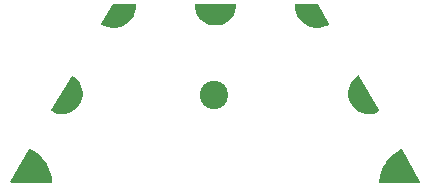
<source format=gbr>
G04 EAGLE Gerber RS-274X export*
G75*
%MOMM*%
%FSLAX34Y34*%
%LPD*%
%INSoldermask Top*%
%IPPOS*%
%AMOC8*
5,1,8,0,0,1.08239X$1,22.5*%
G01*
%ADD10C,2.401600*%
%ADD11C,1.101600*%

G36*
X207648Y345713D02*
X207648Y345713D01*
X207690Y345721D01*
X207733Y345720D01*
X207787Y345741D01*
X207843Y345752D01*
X207878Y345777D01*
X207919Y345792D01*
X207960Y345832D01*
X208007Y345865D01*
X208030Y345901D01*
X208061Y345931D01*
X208083Y345984D01*
X208114Y346033D01*
X208121Y346075D01*
X208138Y346115D01*
X208140Y346186D01*
X208147Y346229D01*
X208142Y346251D01*
X208142Y346281D01*
X207538Y350614D01*
X207529Y350641D01*
X207525Y350678D01*
X206360Y354895D01*
X206347Y354920D01*
X206338Y354957D01*
X204633Y358986D01*
X204617Y359009D01*
X204604Y359044D01*
X202387Y362816D01*
X202368Y362837D01*
X202350Y362870D01*
X199660Y366321D01*
X199639Y366339D01*
X199617Y366369D01*
X196499Y369439D01*
X196476Y369454D01*
X196450Y369482D01*
X192959Y372118D01*
X192933Y372130D01*
X192904Y372154D01*
X189098Y374312D01*
X189091Y374315D01*
X189086Y374319D01*
X188997Y374345D01*
X188909Y374374D01*
X188902Y374373D01*
X188895Y374375D01*
X188804Y374365D01*
X188711Y374357D01*
X188705Y374354D01*
X188697Y374353D01*
X188617Y374307D01*
X188535Y374264D01*
X188531Y374258D01*
X188524Y374255D01*
X188419Y374126D01*
X172569Y346450D01*
X172557Y346414D01*
X172536Y346381D01*
X172526Y346320D01*
X172506Y346261D01*
X172509Y346223D01*
X172503Y346185D01*
X172517Y346125D01*
X172522Y346063D01*
X172540Y346029D01*
X172549Y345992D01*
X172586Y345942D01*
X172615Y345887D01*
X172644Y345863D01*
X172667Y345832D01*
X172720Y345800D01*
X172768Y345761D01*
X172805Y345750D01*
X172838Y345730D01*
X172916Y345717D01*
X172959Y345705D01*
X172978Y345707D01*
X173002Y345703D01*
X207648Y345713D01*
G37*
G36*
X519440Y345711D02*
X519440Y345711D01*
X519480Y345709D01*
X519537Y345730D01*
X519597Y345742D01*
X519629Y345765D01*
X519666Y345778D01*
X519710Y345820D01*
X519761Y345855D01*
X519782Y345888D01*
X519810Y345915D01*
X519835Y345971D01*
X519868Y346022D01*
X519874Y346061D01*
X519890Y346097D01*
X519891Y346158D01*
X519901Y346218D01*
X519892Y346257D01*
X519892Y346296D01*
X519865Y346369D01*
X519855Y346412D01*
X519843Y346428D01*
X519834Y346452D01*
X503984Y373874D01*
X503979Y373880D01*
X503976Y373888D01*
X503913Y373954D01*
X503852Y374023D01*
X503845Y374026D01*
X503839Y374033D01*
X503755Y374069D01*
X503673Y374108D01*
X503665Y374109D01*
X503657Y374112D01*
X503565Y374113D01*
X503474Y374117D01*
X503466Y374114D01*
X503458Y374114D01*
X503302Y374056D01*
X499571Y371898D01*
X499550Y371880D01*
X499516Y371862D01*
X496099Y369236D01*
X496080Y369214D01*
X496050Y369193D01*
X493004Y366142D01*
X492988Y366119D01*
X492961Y366093D01*
X490339Y362672D01*
X490327Y362646D01*
X490303Y362617D01*
X488150Y358883D01*
X488141Y358856D01*
X488122Y358824D01*
X486475Y354841D01*
X486470Y354813D01*
X486454Y354779D01*
X485341Y350615D01*
X485340Y350587D01*
X485329Y350551D01*
X484769Y346277D01*
X484772Y346236D01*
X484765Y346196D01*
X484779Y346138D01*
X484783Y346078D01*
X484802Y346042D01*
X484811Y346002D01*
X484846Y345954D01*
X484873Y345901D01*
X484905Y345875D01*
X484929Y345842D01*
X484980Y345812D01*
X485026Y345773D01*
X485065Y345761D01*
X485100Y345741D01*
X485173Y345728D01*
X485216Y345715D01*
X485237Y345717D01*
X485264Y345713D01*
X519402Y345703D01*
X519440Y345711D01*
G37*
G36*
X347640Y478768D02*
X347640Y478768D01*
X347688Y478768D01*
X350457Y479230D01*
X350490Y479242D01*
X350537Y479250D01*
X353193Y480162D01*
X353223Y480179D01*
X353268Y480195D01*
X355738Y481531D01*
X355764Y481553D01*
X355807Y481576D01*
X358022Y483301D01*
X358045Y483327D01*
X358083Y483357D01*
X359985Y485422D01*
X360003Y485452D01*
X360035Y485487D01*
X361571Y487838D01*
X361584Y487870D01*
X361610Y487910D01*
X362738Y490482D01*
X362745Y490515D01*
X362765Y490560D01*
X363454Y493281D01*
X363456Y493316D01*
X363468Y493363D01*
X363700Y496161D01*
X363696Y496190D01*
X363701Y496219D01*
X363685Y496288D01*
X363676Y496358D01*
X363662Y496384D01*
X363655Y496412D01*
X363613Y496469D01*
X363578Y496531D01*
X363554Y496549D01*
X363537Y496572D01*
X363476Y496608D01*
X363419Y496651D01*
X363391Y496659D01*
X363366Y496674D01*
X363268Y496690D01*
X363227Y496701D01*
X363216Y496699D01*
X363202Y496701D01*
X329202Y496701D01*
X329173Y496695D01*
X329144Y496698D01*
X329077Y496676D01*
X329007Y496662D01*
X328983Y496645D01*
X328955Y496636D01*
X328902Y496589D01*
X328843Y496549D01*
X328828Y496525D01*
X328806Y496505D01*
X328774Y496441D01*
X328736Y496382D01*
X328731Y496353D01*
X328719Y496327D01*
X328710Y496227D01*
X328703Y496185D01*
X328706Y496175D01*
X328704Y496161D01*
X328936Y493363D01*
X328946Y493329D01*
X328950Y493281D01*
X329639Y490560D01*
X329654Y490528D01*
X329666Y490482D01*
X330794Y487910D01*
X330814Y487882D01*
X330833Y487838D01*
X332369Y485487D01*
X332393Y485463D01*
X332419Y485422D01*
X334321Y483357D01*
X334349Y483336D01*
X334382Y483301D01*
X336597Y481576D01*
X336628Y481561D01*
X336666Y481531D01*
X339136Y480195D01*
X339169Y480185D01*
X339211Y480162D01*
X341867Y479250D01*
X341901Y479246D01*
X341947Y479230D01*
X344716Y478768D01*
X344751Y478769D01*
X344798Y478761D01*
X347606Y478761D01*
X347640Y478768D01*
G37*
G36*
X476588Y403735D02*
X476588Y403735D01*
X476636Y403732D01*
X479424Y404042D01*
X479457Y404053D01*
X479505Y404058D01*
X482203Y404823D01*
X482233Y404839D01*
X482280Y404852D01*
X484815Y406051D01*
X484839Y406068D01*
X484866Y406078D01*
X484918Y406127D01*
X484975Y406170D01*
X484989Y406195D01*
X485011Y406215D01*
X485039Y406280D01*
X485075Y406342D01*
X485078Y406370D01*
X485090Y406397D01*
X485091Y406468D01*
X485100Y406539D01*
X485092Y406567D01*
X485092Y406596D01*
X485058Y406689D01*
X485046Y406730D01*
X485039Y406739D01*
X485034Y406752D01*
X468034Y436152D01*
X468015Y436174D01*
X468002Y436200D01*
X467949Y436248D01*
X467902Y436301D01*
X467876Y436313D01*
X467854Y436333D01*
X467787Y436356D01*
X467723Y436386D01*
X467694Y436388D01*
X467666Y436397D01*
X467595Y436392D01*
X467524Y436395D01*
X467497Y436385D01*
X467468Y436383D01*
X467378Y436341D01*
X467338Y436326D01*
X467330Y436318D01*
X467317Y436312D01*
X465014Y434713D01*
X464990Y434688D01*
X464950Y434660D01*
X462941Y432703D01*
X462922Y432674D01*
X462887Y432641D01*
X461228Y430380D01*
X461213Y430349D01*
X461184Y430310D01*
X459920Y427807D01*
X459911Y427773D01*
X459889Y427730D01*
X459053Y425053D01*
X459050Y425019D01*
X459035Y424973D01*
X458652Y422194D01*
X458654Y422160D01*
X458648Y422112D01*
X458727Y419309D01*
X458735Y419275D01*
X458736Y419227D01*
X459275Y416475D01*
X459289Y416443D01*
X459298Y416395D01*
X460283Y413770D01*
X460301Y413740D01*
X460318Y413695D01*
X461722Y411267D01*
X461745Y411241D01*
X461769Y411200D01*
X463553Y409036D01*
X463580Y409014D01*
X463611Y408977D01*
X465727Y407136D01*
X465757Y407119D01*
X465793Y407088D01*
X468184Y405620D01*
X468216Y405609D01*
X468257Y405583D01*
X470856Y404530D01*
X470890Y404523D01*
X470935Y404505D01*
X473672Y403894D01*
X473707Y403893D01*
X473754Y403882D01*
X476554Y403730D01*
X476588Y403735D01*
G37*
G36*
X218650Y403882D02*
X218650Y403882D01*
X218684Y403891D01*
X218732Y403894D01*
X221469Y404505D01*
X221501Y404519D01*
X221548Y404530D01*
X224147Y405583D01*
X224176Y405602D01*
X224220Y405620D01*
X226611Y407088D01*
X226636Y407111D01*
X226677Y407136D01*
X228793Y408977D01*
X228814Y409004D01*
X228851Y409036D01*
X230635Y411200D01*
X230651Y411230D01*
X230682Y411267D01*
X232086Y413695D01*
X232097Y413728D01*
X232121Y413770D01*
X233106Y416395D01*
X233112Y416430D01*
X233129Y416475D01*
X233668Y419227D01*
X233668Y419262D01*
X233677Y419309D01*
X233756Y422112D01*
X233751Y422146D01*
X233752Y422194D01*
X233369Y424973D01*
X233357Y425005D01*
X233351Y425053D01*
X232515Y427730D01*
X232498Y427761D01*
X232484Y427807D01*
X231220Y430310D01*
X231198Y430337D01*
X231176Y430380D01*
X229517Y432641D01*
X229491Y432664D01*
X229463Y432703D01*
X227454Y434660D01*
X227425Y434679D01*
X227390Y434713D01*
X225087Y436312D01*
X225060Y436324D01*
X225037Y436342D01*
X224969Y436363D01*
X224904Y436391D01*
X224875Y436391D01*
X224847Y436399D01*
X224776Y436391D01*
X224705Y436392D01*
X224678Y436381D01*
X224649Y436377D01*
X224587Y436343D01*
X224522Y436315D01*
X224501Y436294D01*
X224476Y436280D01*
X224413Y436204D01*
X224383Y436173D01*
X224379Y436163D01*
X224370Y436152D01*
X207370Y406752D01*
X207361Y406724D01*
X207344Y406700D01*
X207329Y406631D01*
X207307Y406563D01*
X207309Y406534D01*
X207303Y406506D01*
X207316Y406436D01*
X207322Y406365D01*
X207335Y406339D01*
X207341Y406311D01*
X207381Y406252D01*
X207413Y406189D01*
X207436Y406170D01*
X207452Y406146D01*
X207534Y406089D01*
X207567Y406062D01*
X207577Y406059D01*
X207589Y406051D01*
X210124Y404852D01*
X210158Y404844D01*
X210201Y404823D01*
X212899Y404058D01*
X212934Y404056D01*
X212980Y404042D01*
X215768Y403732D01*
X215802Y403735D01*
X215850Y403730D01*
X218650Y403882D01*
G37*
G36*
X433571Y476687D02*
X433571Y476687D01*
X433618Y476685D01*
X436656Y477050D01*
X436688Y477061D01*
X436734Y477066D01*
X439674Y477914D01*
X439704Y477930D01*
X439750Y477942D01*
X442516Y479251D01*
X442538Y479268D01*
X442565Y479278D01*
X442617Y479327D01*
X442675Y479370D01*
X442689Y479395D01*
X442710Y479414D01*
X442739Y479480D01*
X442775Y479542D01*
X442778Y479570D01*
X442790Y479596D01*
X442791Y479668D01*
X442800Y479739D01*
X442792Y479766D01*
X442793Y479795D01*
X442757Y479890D01*
X442746Y479930D01*
X442739Y479939D01*
X442735Y479951D01*
X433235Y496451D01*
X433183Y496510D01*
X433137Y496572D01*
X433118Y496583D01*
X433103Y496600D01*
X433033Y496634D01*
X432966Y496674D01*
X432942Y496678D01*
X432924Y496686D01*
X432879Y496688D01*
X432802Y496701D01*
X413802Y496701D01*
X413774Y496696D01*
X413746Y496698D01*
X413678Y496676D01*
X413607Y496662D01*
X413584Y496646D01*
X413557Y496637D01*
X413502Y496590D01*
X413443Y496549D01*
X413428Y496525D01*
X413407Y496507D01*
X413375Y496442D01*
X413336Y496382D01*
X413331Y496354D01*
X413319Y496328D01*
X413310Y496227D01*
X413303Y496185D01*
X413305Y496175D01*
X413304Y496162D01*
X413547Y493112D01*
X413556Y493080D01*
X413560Y493033D01*
X414288Y490061D01*
X414303Y490030D01*
X414314Y489985D01*
X415510Y487168D01*
X415529Y487140D01*
X415547Y487097D01*
X417179Y484509D01*
X417203Y484485D01*
X417227Y484445D01*
X419254Y482152D01*
X419281Y482132D01*
X419312Y482096D01*
X421680Y480158D01*
X421710Y480142D01*
X421746Y480113D01*
X424394Y478580D01*
X424426Y478569D01*
X424466Y478545D01*
X427326Y477457D01*
X427359Y477451D01*
X427403Y477434D01*
X430400Y476818D01*
X430434Y476818D01*
X430480Y476809D01*
X433537Y476682D01*
X433571Y476687D01*
G37*
G36*
X261924Y476809D02*
X261924Y476809D01*
X261957Y476817D01*
X262004Y476818D01*
X265001Y477434D01*
X265032Y477447D01*
X265078Y477457D01*
X267938Y478545D01*
X267967Y478563D01*
X268010Y478580D01*
X270658Y480113D01*
X270684Y480135D01*
X270725Y480158D01*
X273092Y482096D01*
X273114Y482123D01*
X273150Y482152D01*
X275177Y484445D01*
X275194Y484474D01*
X275225Y484509D01*
X276857Y487097D01*
X276869Y487129D01*
X276894Y487168D01*
X278090Y489985D01*
X278097Y490018D01*
X278116Y490061D01*
X278844Y493033D01*
X278846Y493067D01*
X278857Y493112D01*
X279100Y496162D01*
X279096Y496191D01*
X279101Y496219D01*
X279084Y496288D01*
X279076Y496360D01*
X279062Y496384D01*
X279055Y496412D01*
X279012Y496470D01*
X278977Y496532D01*
X278954Y496549D01*
X278937Y496572D01*
X278875Y496609D01*
X278818Y496652D01*
X278790Y496659D01*
X278766Y496674D01*
X278666Y496690D01*
X278625Y496701D01*
X278615Y496699D01*
X278602Y496701D01*
X259602Y496701D01*
X259526Y496686D01*
X259448Y496677D01*
X259429Y496666D01*
X259407Y496662D01*
X259343Y496618D01*
X259275Y496579D01*
X259259Y496560D01*
X259243Y496549D01*
X259219Y496511D01*
X259169Y496451D01*
X249669Y479951D01*
X249660Y479924D01*
X249644Y479900D01*
X249629Y479830D01*
X249606Y479762D01*
X249609Y479734D01*
X249603Y479706D01*
X249617Y479636D01*
X249622Y479564D01*
X249635Y479539D01*
X249641Y479511D01*
X249681Y479451D01*
X249714Y479388D01*
X249736Y479370D01*
X249752Y479346D01*
X249835Y479288D01*
X249867Y479261D01*
X249878Y479258D01*
X249889Y479251D01*
X252655Y477942D01*
X252688Y477934D01*
X252730Y477914D01*
X255670Y477066D01*
X255704Y477063D01*
X255748Y477050D01*
X258786Y476685D01*
X258820Y476688D01*
X258867Y476682D01*
X261924Y476809D01*
G37*
D10*
X345186Y419608D03*
D11*
X428802Y489302D03*
X507846Y352806D03*
X184050Y352806D03*
X263602Y489302D03*
X470102Y417702D03*
X222302Y417702D03*
X346202Y489302D03*
M02*

</source>
